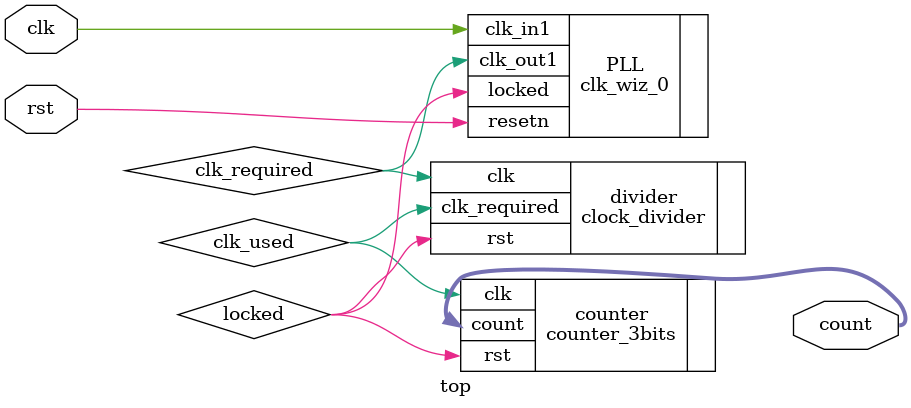
<source format=v>
`timescale 1ns / 1ps


module top(
    input clk,rst,output [2:0] count
    );
    wire clk_required;
    wire clk_used;
    wire locked;
    clk_wiz_0 PLL
   (
    // Clock out ports
    .clk_out1(clk_required),     // output clk_out1
    // Status and control signals
    .resetn(rst), // input reset
    .locked(locked),       // output locked
   // Clock in ports
    .clk_in1(clk)      // input clk_in1
);
    clock_divider divider(
    .clk(clk_required),
    .rst(locked),
    .clk_required(clk_used)
    );
    counter_3bits counter(
    .clk(clk_used),
    .rst(locked),
    .count(count)
    );
endmodule

</source>
